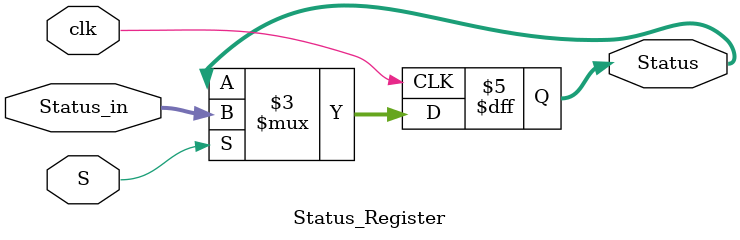
<source format=v>
module Status_Register(
  input[3:0] Status_in,
  input clk,S,

  output reg[3:0] Status
  );
  initial Status=4'b0000;
  always@(negedge clk)
  begin
    if(S)
      Status<=Status_in;
  end
endmodule

</source>
